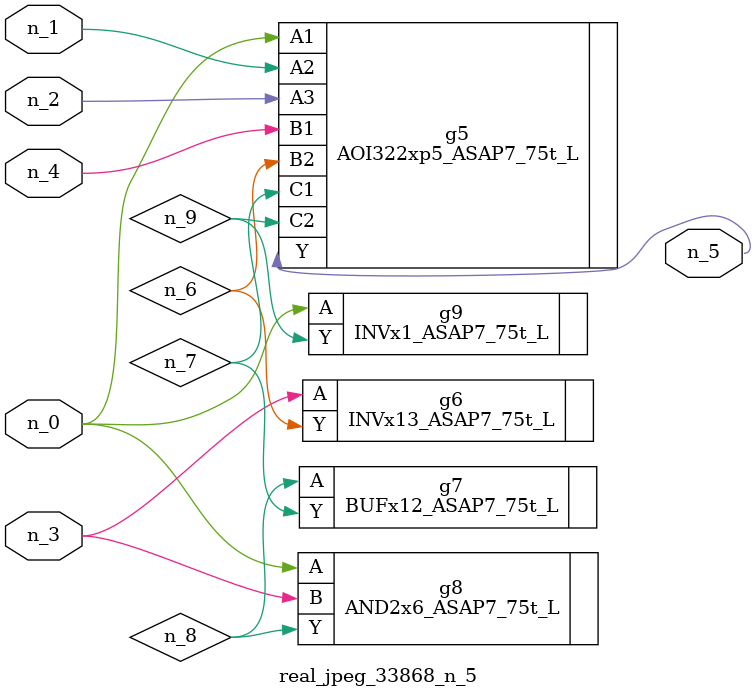
<source format=v>
module real_jpeg_33868_n_5 (n_4, n_0, n_1, n_2, n_3, n_5);

input n_4;
input n_0;
input n_1;
input n_2;
input n_3;

output n_5;

wire n_8;
wire n_6;
wire n_7;
wire n_9;

AOI322xp5_ASAP7_75t_L g5 ( 
.A1(n_0),
.A2(n_1),
.A3(n_2),
.B1(n_4),
.B2(n_6),
.C1(n_7),
.C2(n_9),
.Y(n_5)
);

AND2x6_ASAP7_75t_L g8 ( 
.A(n_0),
.B(n_3),
.Y(n_8)
);

INVx1_ASAP7_75t_L g9 ( 
.A(n_0),
.Y(n_9)
);

INVx13_ASAP7_75t_L g6 ( 
.A(n_3),
.Y(n_6)
);

BUFx12_ASAP7_75t_L g7 ( 
.A(n_8),
.Y(n_7)
);


endmodule
</source>
